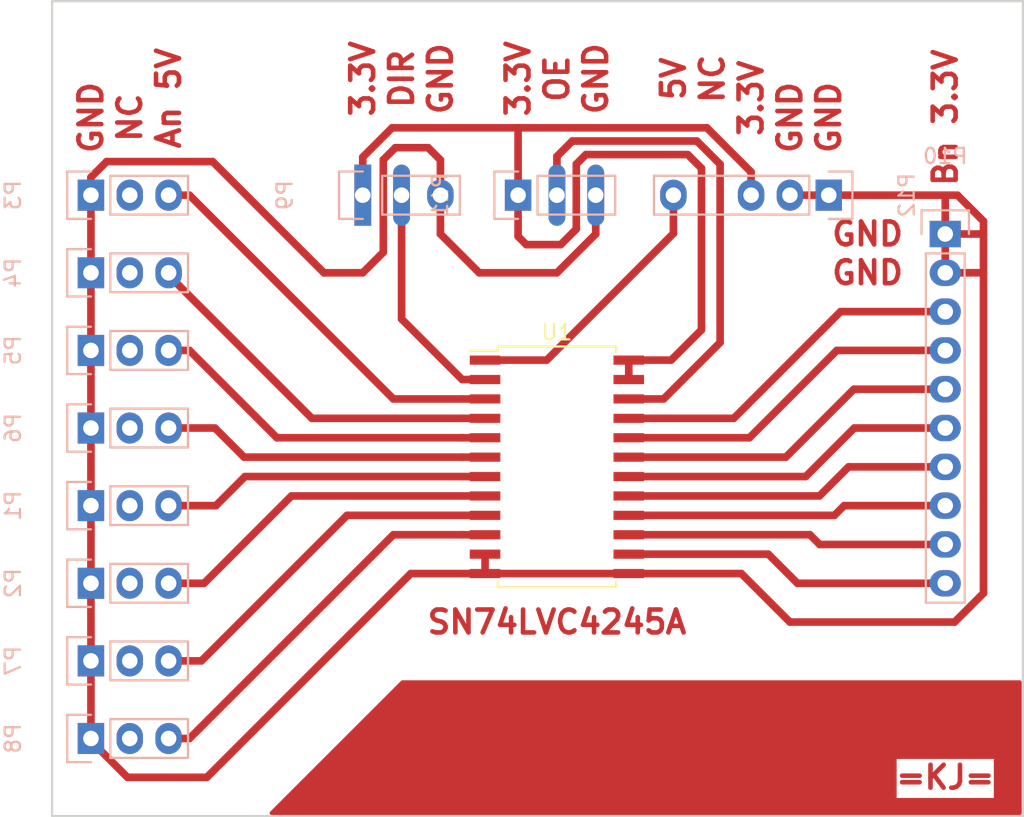
<source format=kicad_pcb>
(kicad_pcb (version 4) (host pcbnew 4.0.4+e1-6308~48~ubuntu16.04.1-stable)

  (general
    (links 39)
    (no_connects 0)
    (area 118.385 76.124999 185.495001 129.615001)
    (thickness 1.6)
    (drawings 23)
    (tracks 135)
    (zones 0)
    (modules 13)
    (nets 22)
  )

  (page A4)
  (layers
    (0 F.Cu signal)
    (31 B.Cu signal)
    (32 B.Adhes user)
    (33 F.Adhes user)
    (34 B.Paste user)
    (35 F.Paste user)
    (36 B.SilkS user)
    (37 F.SilkS user)
    (38 B.Mask user)
    (39 F.Mask user)
    (40 Dwgs.User user)
    (41 Cmts.User user)
    (42 Eco1.User user)
    (43 Eco2.User user)
    (44 Edge.Cuts user)
    (45 Margin user)
    (46 B.CrtYd user)
    (47 F.CrtYd user)
    (48 B.Fab user)
    (49 F.Fab user)
  )

  (setup
    (last_trace_width 0.25)
    (user_trace_width 0.3)
    (user_trace_width 0.4)
    (user_trace_width 0.5)
    (user_trace_width 0.6)
    (user_trace_width 0.7)
    (trace_clearance 0.2)
    (zone_clearance 0)
    (zone_45_only no)
    (trace_min 0.2)
    (segment_width 0.2)
    (edge_width 0.15)
    (via_size 0.6)
    (via_drill 0.4)
    (via_min_size 0.4)
    (via_min_drill 0.3)
    (uvia_size 0.3)
    (uvia_drill 0.1)
    (uvias_allowed no)
    (uvia_min_size 0.2)
    (uvia_min_drill 0.1)
    (pcb_text_width 0.3)
    (pcb_text_size 1.5 1.5)
    (mod_edge_width 0.15)
    (mod_text_size 1 1)
    (mod_text_width 0.15)
    (pad_size 4 1.1)
    (pad_drill 1.016)
    (pad_to_mask_clearance 0.2)
    (aux_axis_origin 0 0)
    (visible_elements FFFCEF7F)
    (pcbplotparams
      (layerselection 0x01000_00000001)
      (usegerberextensions false)
      (excludeedgelayer true)
      (linewidth 0.100000)
      (plotframeref false)
      (viasonmask false)
      (mode 1)
      (useauxorigin false)
      (hpglpennumber 1)
      (hpglpenspeed 20)
      (hpglpendiameter 15)
      (hpglpenoverlay 2)
      (psnegative false)
      (psa4output false)
      (plotreference true)
      (plotvalue true)
      (plotinvisibletext false)
      (padsonsilk false)
      (subtractmaskfromsilk false)
      (outputformat 1)
      (mirror false)
      (drillshape 0)
      (scaleselection 1)
      (outputdirectory /media/mdh/KINGSTON/))
  )

  (net 0 "")
  (net 1 GND)
  (net 2 "Net-(P1-Pad3)")
  (net 3 "Net-(P2-Pad3)")
  (net 4 "Net-(P3-Pad3)")
  (net 5 "Net-(P4-Pad3)")
  (net 6 "Net-(P5-Pad3)")
  (net 7 "Net-(P6-Pad3)")
  (net 8 "Net-(P7-Pad3)")
  (net 9 "Net-(P8-Pad3)")
  (net 10 +3V3)
  (net 11 "Net-(P9-Pad2)")
  (net 12 "Net-(P10-Pad3)")
  (net 13 "Net-(P10-Pad4)")
  (net 14 "Net-(P10-Pad5)")
  (net 15 "Net-(P10-Pad6)")
  (net 16 "Net-(P10-Pad7)")
  (net 17 "Net-(P10-Pad8)")
  (net 18 "Net-(P10-Pad9)")
  (net 19 "Net-(P10-Pad10)")
  (net 20 "Net-(P11-Pad2)")
  (net 21 +5V)

  (net_class Default "This is the default net class."
    (clearance 0.2)
    (trace_width 0.25)
    (via_dia 0.6)
    (via_drill 0.4)
    (uvia_dia 0.3)
    (uvia_drill 0.1)
    (add_net +3V3)
    (add_net +5V)
    (add_net GND)
    (add_net "Net-(P1-Pad3)")
    (add_net "Net-(P10-Pad10)")
    (add_net "Net-(P10-Pad3)")
    (add_net "Net-(P10-Pad4)")
    (add_net "Net-(P10-Pad5)")
    (add_net "Net-(P10-Pad6)")
    (add_net "Net-(P10-Pad7)")
    (add_net "Net-(P10-Pad8)")
    (add_net "Net-(P10-Pad9)")
    (add_net "Net-(P11-Pad2)")
    (add_net "Net-(P2-Pad3)")
    (add_net "Net-(P3-Pad3)")
    (add_net "Net-(P4-Pad3)")
    (add_net "Net-(P5-Pad3)")
    (add_net "Net-(P6-Pad3)")
    (add_net "Net-(P7-Pad3)")
    (add_net "Net-(P8-Pad3)")
    (add_net "Net-(P9-Pad2)")
  )

  (module Pin_Headers:Pin_Header_Straight_1x05 (layer B.Cu) (tedit 5835B61C) (tstamp 5835B4C4)
    (at 172.72 88.9 90)
    (descr "Through hole pin header")
    (tags "pin header")
    (path /5835EDD9)
    (fp_text reference P12 (at 0 5.1 90) (layer B.SilkS)
      (effects (font (size 1 1) (thickness 0.15)) (justify mirror))
    )
    (fp_text value CONN_01X05 (at 0 3.1 90) (layer B.Fab)
      (effects (font (size 1 1) (thickness 0.15)) (justify mirror))
    )
    (fp_line (start -1.55 0) (end -1.55 1.55) (layer B.SilkS) (width 0.15))
    (fp_line (start -1.55 1.55) (end 1.55 1.55) (layer B.SilkS) (width 0.15))
    (fp_line (start 1.55 1.55) (end 1.55 0) (layer B.SilkS) (width 0.15))
    (fp_line (start -1.75 1.75) (end -1.75 -11.95) (layer B.CrtYd) (width 0.05))
    (fp_line (start 1.75 1.75) (end 1.75 -11.95) (layer B.CrtYd) (width 0.05))
    (fp_line (start -1.75 1.75) (end 1.75 1.75) (layer B.CrtYd) (width 0.05))
    (fp_line (start -1.75 -11.95) (end 1.75 -11.95) (layer B.CrtYd) (width 0.05))
    (fp_line (start 1.27 -1.27) (end 1.27 -11.43) (layer B.SilkS) (width 0.15))
    (fp_line (start 1.27 -11.43) (end -1.27 -11.43) (layer B.SilkS) (width 0.15))
    (fp_line (start -1.27 -11.43) (end -1.27 -1.27) (layer B.SilkS) (width 0.15))
    (fp_line (start 1.27 -1.27) (end -1.27 -1.27) (layer B.SilkS) (width 0.15))
    (pad 1 thru_hole rect (at 0 0 90) (size 2.032 1.7272) (drill 1.016) (layers *.Cu *.Mask)
      (net 1 GND))
    (pad 2 thru_hole oval (at 0 -2.54 90) (size 2.032 1.7272) (drill 1.016) (layers *.Cu *.Mask)
      (net 1 GND))
    (pad 3 thru_hole oval (at 0 -5.08 90) (size 2.032 1.7272) (drill 1.016) (layers *.Cu *.Mask)
      (net 10 +3V3))
    (pad 5 thru_hole oval (at 0 -10.16 90) (size 2.032 1.7272) (drill 1.016) (layers *.Cu *.Mask)
      (net 21 +5V))
    (model Pin_Headers.3dshapes/Pin_Header_Straight_1x05.wrl
      (at (xyz 0 -0.2 0))
      (scale (xyz 1 1 1))
      (rotate (xyz 0 0 90))
    )
  )

  (module Pin_Headers:Pin_Header_Straight_1x03 (layer B.Cu) (tedit 0) (tstamp 5835B46E)
    (at 124.46 109.22 270)
    (descr "Through hole pin header")
    (tags "pin header")
    (path /5835C6CC)
    (fp_text reference P1 (at 0 5.1 270) (layer B.SilkS)
      (effects (font (size 1 1) (thickness 0.15)) (justify mirror))
    )
    (fp_text value CONN_01X03 (at 0 3.1 270) (layer B.Fab)
      (effects (font (size 1 1) (thickness 0.15)) (justify mirror))
    )
    (fp_line (start -1.75 1.75) (end -1.75 -6.85) (layer B.CrtYd) (width 0.05))
    (fp_line (start 1.75 1.75) (end 1.75 -6.85) (layer B.CrtYd) (width 0.05))
    (fp_line (start -1.75 1.75) (end 1.75 1.75) (layer B.CrtYd) (width 0.05))
    (fp_line (start -1.75 -6.85) (end 1.75 -6.85) (layer B.CrtYd) (width 0.05))
    (fp_line (start -1.27 -1.27) (end -1.27 -6.35) (layer B.SilkS) (width 0.15))
    (fp_line (start -1.27 -6.35) (end 1.27 -6.35) (layer B.SilkS) (width 0.15))
    (fp_line (start 1.27 -6.35) (end 1.27 -1.27) (layer B.SilkS) (width 0.15))
    (fp_line (start 1.55 1.55) (end 1.55 0) (layer B.SilkS) (width 0.15))
    (fp_line (start 1.27 -1.27) (end -1.27 -1.27) (layer B.SilkS) (width 0.15))
    (fp_line (start -1.55 0) (end -1.55 1.55) (layer B.SilkS) (width 0.15))
    (fp_line (start -1.55 1.55) (end 1.55 1.55) (layer B.SilkS) (width 0.15))
    (pad 1 thru_hole rect (at 0 0 270) (size 2.032 1.7272) (drill 1.016) (layers *.Cu *.Mask)
      (net 1 GND))
    (pad 2 thru_hole oval (at 0 -2.54 270) (size 2.032 1.7272) (drill 1.016) (layers *.Cu *.Mask))
    (pad 3 thru_hole oval (at 0 -5.08 270) (size 2.032 1.7272) (drill 1.016) (layers *.Cu *.Mask)
      (net 2 "Net-(P1-Pad3)"))
    (model Pin_Headers.3dshapes/Pin_Header_Straight_1x03.wrl
      (at (xyz 0 -0.1 0))
      (scale (xyz 1 1 1))
      (rotate (xyz 0 0 90))
    )
  )

  (module Pin_Headers:Pin_Header_Straight_1x03 (layer B.Cu) (tedit 0) (tstamp 5835B475)
    (at 124.46 114.3 270)
    (descr "Through hole pin header")
    (tags "pin header")
    (path /5835C6BF)
    (fp_text reference P2 (at 0 5.1 270) (layer B.SilkS)
      (effects (font (size 1 1) (thickness 0.15)) (justify mirror))
    )
    (fp_text value CONN_01X03 (at 0 3.1 270) (layer B.Fab)
      (effects (font (size 1 1) (thickness 0.15)) (justify mirror))
    )
    (fp_line (start -1.75 1.75) (end -1.75 -6.85) (layer B.CrtYd) (width 0.05))
    (fp_line (start 1.75 1.75) (end 1.75 -6.85) (layer B.CrtYd) (width 0.05))
    (fp_line (start -1.75 1.75) (end 1.75 1.75) (layer B.CrtYd) (width 0.05))
    (fp_line (start -1.75 -6.85) (end 1.75 -6.85) (layer B.CrtYd) (width 0.05))
    (fp_line (start -1.27 -1.27) (end -1.27 -6.35) (layer B.SilkS) (width 0.15))
    (fp_line (start -1.27 -6.35) (end 1.27 -6.35) (layer B.SilkS) (width 0.15))
    (fp_line (start 1.27 -6.35) (end 1.27 -1.27) (layer B.SilkS) (width 0.15))
    (fp_line (start 1.55 1.55) (end 1.55 0) (layer B.SilkS) (width 0.15))
    (fp_line (start 1.27 -1.27) (end -1.27 -1.27) (layer B.SilkS) (width 0.15))
    (fp_line (start -1.55 0) (end -1.55 1.55) (layer B.SilkS) (width 0.15))
    (fp_line (start -1.55 1.55) (end 1.55 1.55) (layer B.SilkS) (width 0.15))
    (pad 1 thru_hole rect (at 0 0 270) (size 2.032 1.7272) (drill 1.016) (layers *.Cu *.Mask)
      (net 1 GND))
    (pad 2 thru_hole oval (at 0 -2.54 270) (size 2.032 1.7272) (drill 1.016) (layers *.Cu *.Mask))
    (pad 3 thru_hole oval (at 0 -5.08 270) (size 2.032 1.7272) (drill 1.016) (layers *.Cu *.Mask)
      (net 3 "Net-(P2-Pad3)"))
    (model Pin_Headers.3dshapes/Pin_Header_Straight_1x03.wrl
      (at (xyz 0 -0.1 0))
      (scale (xyz 1 1 1))
      (rotate (xyz 0 0 90))
    )
  )

  (module Pin_Headers:Pin_Header_Straight_1x03 (layer B.Cu) (tedit 0) (tstamp 5835B47C)
    (at 124.46 88.9 270)
    (descr "Through hole pin header")
    (tags "pin header")
    (path /5835C700)
    (fp_text reference P3 (at 0 5.1 270) (layer B.SilkS)
      (effects (font (size 1 1) (thickness 0.15)) (justify mirror))
    )
    (fp_text value CONN_01X03 (at 0 3.1 270) (layer B.Fab)
      (effects (font (size 1 1) (thickness 0.15)) (justify mirror))
    )
    (fp_line (start -1.75 1.75) (end -1.75 -6.85) (layer B.CrtYd) (width 0.05))
    (fp_line (start 1.75 1.75) (end 1.75 -6.85) (layer B.CrtYd) (width 0.05))
    (fp_line (start -1.75 1.75) (end 1.75 1.75) (layer B.CrtYd) (width 0.05))
    (fp_line (start -1.75 -6.85) (end 1.75 -6.85) (layer B.CrtYd) (width 0.05))
    (fp_line (start -1.27 -1.27) (end -1.27 -6.35) (layer B.SilkS) (width 0.15))
    (fp_line (start -1.27 -6.35) (end 1.27 -6.35) (layer B.SilkS) (width 0.15))
    (fp_line (start 1.27 -6.35) (end 1.27 -1.27) (layer B.SilkS) (width 0.15))
    (fp_line (start 1.55 1.55) (end 1.55 0) (layer B.SilkS) (width 0.15))
    (fp_line (start 1.27 -1.27) (end -1.27 -1.27) (layer B.SilkS) (width 0.15))
    (fp_line (start -1.55 0) (end -1.55 1.55) (layer B.SilkS) (width 0.15))
    (fp_line (start -1.55 1.55) (end 1.55 1.55) (layer B.SilkS) (width 0.15))
    (pad 1 thru_hole rect (at 0 0 270) (size 2.032 1.7272) (drill 1.016) (layers *.Cu *.Mask)
      (net 1 GND))
    (pad 2 thru_hole oval (at 0 -2.54 270) (size 2.032 1.7272) (drill 1.016) (layers *.Cu *.Mask))
    (pad 3 thru_hole oval (at 0 -5.08 270) (size 2.032 1.7272) (drill 1.016) (layers *.Cu *.Mask)
      (net 4 "Net-(P3-Pad3)"))
    (model Pin_Headers.3dshapes/Pin_Header_Straight_1x03.wrl
      (at (xyz 0 -0.1 0))
      (scale (xyz 1 1 1))
      (rotate (xyz 0 0 90))
    )
  )

  (module Pin_Headers:Pin_Header_Straight_1x03 (layer B.Cu) (tedit 0) (tstamp 5835B483)
    (at 124.46 93.98 270)
    (descr "Through hole pin header")
    (tags "pin header")
    (path /5835C6F3)
    (fp_text reference P4 (at 0 5.1 270) (layer B.SilkS)
      (effects (font (size 1 1) (thickness 0.15)) (justify mirror))
    )
    (fp_text value CONN_01X03 (at 0 3.1 270) (layer B.Fab)
      (effects (font (size 1 1) (thickness 0.15)) (justify mirror))
    )
    (fp_line (start -1.75 1.75) (end -1.75 -6.85) (layer B.CrtYd) (width 0.05))
    (fp_line (start 1.75 1.75) (end 1.75 -6.85) (layer B.CrtYd) (width 0.05))
    (fp_line (start -1.75 1.75) (end 1.75 1.75) (layer B.CrtYd) (width 0.05))
    (fp_line (start -1.75 -6.85) (end 1.75 -6.85) (layer B.CrtYd) (width 0.05))
    (fp_line (start -1.27 -1.27) (end -1.27 -6.35) (layer B.SilkS) (width 0.15))
    (fp_line (start -1.27 -6.35) (end 1.27 -6.35) (layer B.SilkS) (width 0.15))
    (fp_line (start 1.27 -6.35) (end 1.27 -1.27) (layer B.SilkS) (width 0.15))
    (fp_line (start 1.55 1.55) (end 1.55 0) (layer B.SilkS) (width 0.15))
    (fp_line (start 1.27 -1.27) (end -1.27 -1.27) (layer B.SilkS) (width 0.15))
    (fp_line (start -1.55 0) (end -1.55 1.55) (layer B.SilkS) (width 0.15))
    (fp_line (start -1.55 1.55) (end 1.55 1.55) (layer B.SilkS) (width 0.15))
    (pad 1 thru_hole rect (at 0 0 270) (size 2.032 1.7272) (drill 1.016) (layers *.Cu *.Mask)
      (net 1 GND))
    (pad 2 thru_hole oval (at 0 -2.54 270) (size 2.032 1.7272) (drill 1.016) (layers *.Cu *.Mask))
    (pad 3 thru_hole oval (at 0 -5.08 270) (size 2.032 1.7272) (drill 1.016) (layers *.Cu *.Mask)
      (net 5 "Net-(P4-Pad3)"))
    (model Pin_Headers.3dshapes/Pin_Header_Straight_1x03.wrl
      (at (xyz 0 -0.1 0))
      (scale (xyz 1 1 1))
      (rotate (xyz 0 0 90))
    )
  )

  (module Pin_Headers:Pin_Header_Straight_1x03 (layer B.Cu) (tedit 0) (tstamp 5835B48A)
    (at 124.46 99.06 270)
    (descr "Through hole pin header")
    (tags "pin header")
    (path /5835C6E6)
    (fp_text reference P5 (at 0 5.1 270) (layer B.SilkS)
      (effects (font (size 1 1) (thickness 0.15)) (justify mirror))
    )
    (fp_text value CONN_01X03 (at 0 3.1 270) (layer B.Fab)
      (effects (font (size 1 1) (thickness 0.15)) (justify mirror))
    )
    (fp_line (start -1.75 1.75) (end -1.75 -6.85) (layer B.CrtYd) (width 0.05))
    (fp_line (start 1.75 1.75) (end 1.75 -6.85) (layer B.CrtYd) (width 0.05))
    (fp_line (start -1.75 1.75) (end 1.75 1.75) (layer B.CrtYd) (width 0.05))
    (fp_line (start -1.75 -6.85) (end 1.75 -6.85) (layer B.CrtYd) (width 0.05))
    (fp_line (start -1.27 -1.27) (end -1.27 -6.35) (layer B.SilkS) (width 0.15))
    (fp_line (start -1.27 -6.35) (end 1.27 -6.35) (layer B.SilkS) (width 0.15))
    (fp_line (start 1.27 -6.35) (end 1.27 -1.27) (layer B.SilkS) (width 0.15))
    (fp_line (start 1.55 1.55) (end 1.55 0) (layer B.SilkS) (width 0.15))
    (fp_line (start 1.27 -1.27) (end -1.27 -1.27) (layer B.SilkS) (width 0.15))
    (fp_line (start -1.55 0) (end -1.55 1.55) (layer B.SilkS) (width 0.15))
    (fp_line (start -1.55 1.55) (end 1.55 1.55) (layer B.SilkS) (width 0.15))
    (pad 1 thru_hole rect (at 0 0 270) (size 2.032 1.7272) (drill 1.016) (layers *.Cu *.Mask)
      (net 1 GND))
    (pad 2 thru_hole oval (at 0 -2.54 270) (size 2.032 1.7272) (drill 1.016) (layers *.Cu *.Mask))
    (pad 3 thru_hole oval (at 0 -5.08 270) (size 2.032 1.7272) (drill 1.016) (layers *.Cu *.Mask)
      (net 6 "Net-(P5-Pad3)"))
    (model Pin_Headers.3dshapes/Pin_Header_Straight_1x03.wrl
      (at (xyz 0 -0.1 0))
      (scale (xyz 1 1 1))
      (rotate (xyz 0 0 90))
    )
  )

  (module Pin_Headers:Pin_Header_Straight_1x03 (layer B.Cu) (tedit 0) (tstamp 5835B491)
    (at 124.46 104.14 270)
    (descr "Through hole pin header")
    (tags "pin header")
    (path /5835C6D9)
    (fp_text reference P6 (at 0 5.1 270) (layer B.SilkS)
      (effects (font (size 1 1) (thickness 0.15)) (justify mirror))
    )
    (fp_text value CONN_01X03 (at 0 3.1 270) (layer B.Fab)
      (effects (font (size 1 1) (thickness 0.15)) (justify mirror))
    )
    (fp_line (start -1.75 1.75) (end -1.75 -6.85) (layer B.CrtYd) (width 0.05))
    (fp_line (start 1.75 1.75) (end 1.75 -6.85) (layer B.CrtYd) (width 0.05))
    (fp_line (start -1.75 1.75) (end 1.75 1.75) (layer B.CrtYd) (width 0.05))
    (fp_line (start -1.75 -6.85) (end 1.75 -6.85) (layer B.CrtYd) (width 0.05))
    (fp_line (start -1.27 -1.27) (end -1.27 -6.35) (layer B.SilkS) (width 0.15))
    (fp_line (start -1.27 -6.35) (end 1.27 -6.35) (layer B.SilkS) (width 0.15))
    (fp_line (start 1.27 -6.35) (end 1.27 -1.27) (layer B.SilkS) (width 0.15))
    (fp_line (start 1.55 1.55) (end 1.55 0) (layer B.SilkS) (width 0.15))
    (fp_line (start 1.27 -1.27) (end -1.27 -1.27) (layer B.SilkS) (width 0.15))
    (fp_line (start -1.55 0) (end -1.55 1.55) (layer B.SilkS) (width 0.15))
    (fp_line (start -1.55 1.55) (end 1.55 1.55) (layer B.SilkS) (width 0.15))
    (pad 1 thru_hole rect (at 0 0 270) (size 2.032 1.7272) (drill 1.016) (layers *.Cu *.Mask)
      (net 1 GND))
    (pad 2 thru_hole oval (at 0 -2.54 270) (size 2.032 1.7272) (drill 1.016) (layers *.Cu *.Mask))
    (pad 3 thru_hole oval (at 0 -5.08 270) (size 2.032 1.7272) (drill 1.016) (layers *.Cu *.Mask)
      (net 7 "Net-(P6-Pad3)"))
    (model Pin_Headers.3dshapes/Pin_Header_Straight_1x03.wrl
      (at (xyz 0 -0.1 0))
      (scale (xyz 1 1 1))
      (rotate (xyz 0 0 90))
    )
  )

  (module Pin_Headers:Pin_Header_Straight_1x03 (layer B.Cu) (tedit 0) (tstamp 5835B498)
    (at 124.46 119.38 270)
    (descr "Through hole pin header")
    (tags "pin header")
    (path /5835C6B2)
    (fp_text reference P7 (at 0 5.1 270) (layer B.SilkS)
      (effects (font (size 1 1) (thickness 0.15)) (justify mirror))
    )
    (fp_text value CONN_01X03 (at 0 3.1 270) (layer B.Fab)
      (effects (font (size 1 1) (thickness 0.15)) (justify mirror))
    )
    (fp_line (start -1.75 1.75) (end -1.75 -6.85) (layer B.CrtYd) (width 0.05))
    (fp_line (start 1.75 1.75) (end 1.75 -6.85) (layer B.CrtYd) (width 0.05))
    (fp_line (start -1.75 1.75) (end 1.75 1.75) (layer B.CrtYd) (width 0.05))
    (fp_line (start -1.75 -6.85) (end 1.75 -6.85) (layer B.CrtYd) (width 0.05))
    (fp_line (start -1.27 -1.27) (end -1.27 -6.35) (layer B.SilkS) (width 0.15))
    (fp_line (start -1.27 -6.35) (end 1.27 -6.35) (layer B.SilkS) (width 0.15))
    (fp_line (start 1.27 -6.35) (end 1.27 -1.27) (layer B.SilkS) (width 0.15))
    (fp_line (start 1.55 1.55) (end 1.55 0) (layer B.SilkS) (width 0.15))
    (fp_line (start 1.27 -1.27) (end -1.27 -1.27) (layer B.SilkS) (width 0.15))
    (fp_line (start -1.55 0) (end -1.55 1.55) (layer B.SilkS) (width 0.15))
    (fp_line (start -1.55 1.55) (end 1.55 1.55) (layer B.SilkS) (width 0.15))
    (pad 1 thru_hole rect (at 0 0 270) (size 2.032 1.7272) (drill 1.016) (layers *.Cu *.Mask)
      (net 1 GND))
    (pad 2 thru_hole oval (at 0 -2.54 270) (size 2.032 1.7272) (drill 1.016) (layers *.Cu *.Mask))
    (pad 3 thru_hole oval (at 0 -5.08 270) (size 2.032 1.7272) (drill 1.016) (layers *.Cu *.Mask)
      (net 8 "Net-(P7-Pad3)"))
    (model Pin_Headers.3dshapes/Pin_Header_Straight_1x03.wrl
      (at (xyz 0 -0.1 0))
      (scale (xyz 1 1 1))
      (rotate (xyz 0 0 90))
    )
  )

  (module Pin_Headers:Pin_Header_Straight_1x03 (layer B.Cu) (tedit 0) (tstamp 5835B49F)
    (at 124.46 124.46 270)
    (descr "Through hole pin header")
    (tags "pin header")
    (path /5835C6A5)
    (fp_text reference P8 (at 0 5.1 270) (layer B.SilkS)
      (effects (font (size 1 1) (thickness 0.15)) (justify mirror))
    )
    (fp_text value CONN_01X03 (at 0 3.1 270) (layer B.Fab)
      (effects (font (size 1 1) (thickness 0.15)) (justify mirror))
    )
    (fp_line (start -1.75 1.75) (end -1.75 -6.85) (layer B.CrtYd) (width 0.05))
    (fp_line (start 1.75 1.75) (end 1.75 -6.85) (layer B.CrtYd) (width 0.05))
    (fp_line (start -1.75 1.75) (end 1.75 1.75) (layer B.CrtYd) (width 0.05))
    (fp_line (start -1.75 -6.85) (end 1.75 -6.85) (layer B.CrtYd) (width 0.05))
    (fp_line (start -1.27 -1.27) (end -1.27 -6.35) (layer B.SilkS) (width 0.15))
    (fp_line (start -1.27 -6.35) (end 1.27 -6.35) (layer B.SilkS) (width 0.15))
    (fp_line (start 1.27 -6.35) (end 1.27 -1.27) (layer B.SilkS) (width 0.15))
    (fp_line (start 1.55 1.55) (end 1.55 0) (layer B.SilkS) (width 0.15))
    (fp_line (start 1.27 -1.27) (end -1.27 -1.27) (layer B.SilkS) (width 0.15))
    (fp_line (start -1.55 0) (end -1.55 1.55) (layer B.SilkS) (width 0.15))
    (fp_line (start -1.55 1.55) (end 1.55 1.55) (layer B.SilkS) (width 0.15))
    (pad 1 thru_hole rect (at 0 0 270) (size 2.032 1.7272) (drill 1.016) (layers *.Cu *.Mask)
      (net 1 GND))
    (pad 2 thru_hole oval (at 0 -2.54 270) (size 2.032 1.7272) (drill 1.016) (layers *.Cu *.Mask))
    (pad 3 thru_hole oval (at 0 -5.08 270) (size 2.032 1.7272) (drill 1.016) (layers *.Cu *.Mask)
      (net 9 "Net-(P8-Pad3)"))
    (model Pin_Headers.3dshapes/Pin_Header_Straight_1x03.wrl
      (at (xyz 0 -0.1 0))
      (scale (xyz 1 1 1))
      (rotate (xyz 0 0 90))
    )
  )

  (module Pin_Headers:Pin_Header_Straight_1x03 (layer B.Cu) (tedit 5835B6EF) (tstamp 5835B4A6)
    (at 142.24 88.9 270)
    (descr "Through hole pin header")
    (tags "pin header")
    (path /5835DD9A)
    (fp_text reference P9 (at 0 5.1 270) (layer B.SilkS)
      (effects (font (size 1 1) (thickness 0.15)) (justify mirror))
    )
    (fp_text value CONN_01X03 (at 0 3.1 270) (layer B.Fab)
      (effects (font (size 1 1) (thickness 0.15)) (justify mirror))
    )
    (fp_line (start -1.75 1.75) (end -1.75 -6.85) (layer B.CrtYd) (width 0.05))
    (fp_line (start 1.75 1.75) (end 1.75 -6.85) (layer B.CrtYd) (width 0.05))
    (fp_line (start -1.75 1.75) (end 1.75 1.75) (layer B.CrtYd) (width 0.05))
    (fp_line (start -1.75 -6.85) (end 1.75 -6.85) (layer B.CrtYd) (width 0.05))
    (fp_line (start -1.27 -1.27) (end -1.27 -6.35) (layer B.SilkS) (width 0.15))
    (fp_line (start -1.27 -6.35) (end 1.27 -6.35) (layer B.SilkS) (width 0.15))
    (fp_line (start 1.27 -6.35) (end 1.27 -1.27) (layer B.SilkS) (width 0.15))
    (fp_line (start 1.55 1.55) (end 1.55 0) (layer B.SilkS) (width 0.15))
    (fp_line (start 1.27 -1.27) (end -1.27 -1.27) (layer B.SilkS) (width 0.15))
    (fp_line (start -1.55 0) (end -1.55 1.55) (layer B.SilkS) (width 0.15))
    (fp_line (start -1.55 1.55) (end 1.55 1.55) (layer B.SilkS) (width 0.15))
    (pad 1 thru_hole rect (at 0 0 270) (size 4 1.1) (drill 1.016) (layers *.Cu *.Mask)
      (net 10 +3V3))
    (pad 2 thru_hole oval (at 0 -2.54 270) (size 4 1.1) (drill 1.016) (layers *.Cu *.Mask)
      (net 11 "Net-(P9-Pad2)"))
    (pad 3 thru_hole oval (at 0 -5.08 270) (size 2.032 1.7272) (drill 1.016) (layers *.Cu *.Mask)
      (net 1 GND))
    (model Pin_Headers.3dshapes/Pin_Header_Straight_1x03.wrl
      (at (xyz 0 -0.1 0))
      (scale (xyz 1 1 1))
      (rotate (xyz 0 0 90))
    )
  )

  (module Pin_Headers:Pin_Header_Straight_1x10 (layer B.Cu) (tedit 0) (tstamp 5835B4B4)
    (at 180.34 91.44 180)
    (descr "Through hole pin header")
    (tags "pin header")
    (path /5835D656)
    (fp_text reference P10 (at 0 5.1 180) (layer B.SilkS)
      (effects (font (size 1 1) (thickness 0.15)) (justify mirror))
    )
    (fp_text value CONN_01X10 (at 0 3.1 180) (layer B.Fab)
      (effects (font (size 1 1) (thickness 0.15)) (justify mirror))
    )
    (fp_line (start -1.75 1.75) (end -1.75 -24.65) (layer B.CrtYd) (width 0.05))
    (fp_line (start 1.75 1.75) (end 1.75 -24.65) (layer B.CrtYd) (width 0.05))
    (fp_line (start -1.75 1.75) (end 1.75 1.75) (layer B.CrtYd) (width 0.05))
    (fp_line (start -1.75 -24.65) (end 1.75 -24.65) (layer B.CrtYd) (width 0.05))
    (fp_line (start 1.27 -1.27) (end 1.27 -24.13) (layer B.SilkS) (width 0.15))
    (fp_line (start 1.27 -24.13) (end -1.27 -24.13) (layer B.SilkS) (width 0.15))
    (fp_line (start -1.27 -24.13) (end -1.27 -1.27) (layer B.SilkS) (width 0.15))
    (fp_line (start 1.55 1.55) (end 1.55 0) (layer B.SilkS) (width 0.15))
    (fp_line (start 1.27 -1.27) (end -1.27 -1.27) (layer B.SilkS) (width 0.15))
    (fp_line (start -1.55 0) (end -1.55 1.55) (layer B.SilkS) (width 0.15))
    (fp_line (start -1.55 1.55) (end 1.55 1.55) (layer B.SilkS) (width 0.15))
    (pad 1 thru_hole rect (at 0 0 180) (size 2.032 1.7272) (drill 1.016) (layers *.Cu *.Mask)
      (net 1 GND))
    (pad 2 thru_hole oval (at 0 -2.54 180) (size 2.032 1.7272) (drill 1.016) (layers *.Cu *.Mask)
      (net 1 GND))
    (pad 3 thru_hole oval (at 0 -5.08 180) (size 2.032 1.7272) (drill 1.016) (layers *.Cu *.Mask)
      (net 12 "Net-(P10-Pad3)"))
    (pad 4 thru_hole oval (at 0 -7.62 180) (size 2.032 1.7272) (drill 1.016) (layers *.Cu *.Mask)
      (net 13 "Net-(P10-Pad4)"))
    (pad 5 thru_hole oval (at 0 -10.16 180) (size 2.032 1.7272) (drill 1.016) (layers *.Cu *.Mask)
      (net 14 "Net-(P10-Pad5)"))
    (pad 6 thru_hole oval (at 0 -12.7 180) (size 2.032 1.7272) (drill 1.016) (layers *.Cu *.Mask)
      (net 15 "Net-(P10-Pad6)"))
    (pad 7 thru_hole oval (at 0 -15.24 180) (size 2.032 1.7272) (drill 1.016) (layers *.Cu *.Mask)
      (net 16 "Net-(P10-Pad7)"))
    (pad 8 thru_hole oval (at 0 -17.78 180) (size 2.032 1.7272) (drill 1.016) (layers *.Cu *.Mask)
      (net 17 "Net-(P10-Pad8)"))
    (pad 9 thru_hole oval (at 0 -20.32 180) (size 2.032 1.7272) (drill 1.016) (layers *.Cu *.Mask)
      (net 18 "Net-(P10-Pad9)"))
    (pad 10 thru_hole oval (at 0 -22.86 180) (size 2.032 1.7272) (drill 1.016) (layers *.Cu *.Mask)
      (net 19 "Net-(P10-Pad10)"))
    (model Pin_Headers.3dshapes/Pin_Header_Straight_1x10.wrl
      (at (xyz 0 -0.45 0))
      (scale (xyz 1 1 1))
      (rotate (xyz 0 0 90))
    )
  )

  (module Pin_Headers:Pin_Header_Straight_1x03 (layer B.Cu) (tedit 5835B724) (tstamp 5835B4BB)
    (at 152.4 88.9 270)
    (descr "Through hole pin header")
    (tags "pin header")
    (path /5835DB06)
    (fp_text reference P11 (at 0 5.1 270) (layer B.SilkS)
      (effects (font (size 1 1) (thickness 0.15)) (justify mirror))
    )
    (fp_text value CONN_01X03 (at 0 3.1 270) (layer B.Fab)
      (effects (font (size 1 1) (thickness 0.15)) (justify mirror))
    )
    (fp_line (start -1.75 1.75) (end -1.75 -6.85) (layer B.CrtYd) (width 0.05))
    (fp_line (start 1.75 1.75) (end 1.75 -6.85) (layer B.CrtYd) (width 0.05))
    (fp_line (start -1.75 1.75) (end 1.75 1.75) (layer B.CrtYd) (width 0.05))
    (fp_line (start -1.75 -6.85) (end 1.75 -6.85) (layer B.CrtYd) (width 0.05))
    (fp_line (start -1.27 -1.27) (end -1.27 -6.35) (layer B.SilkS) (width 0.15))
    (fp_line (start -1.27 -6.35) (end 1.27 -6.35) (layer B.SilkS) (width 0.15))
    (fp_line (start 1.27 -6.35) (end 1.27 -1.27) (layer B.SilkS) (width 0.15))
    (fp_line (start 1.55 1.55) (end 1.55 0) (layer B.SilkS) (width 0.15))
    (fp_line (start 1.27 -1.27) (end -1.27 -1.27) (layer B.SilkS) (width 0.15))
    (fp_line (start -1.55 0) (end -1.55 1.55) (layer B.SilkS) (width 0.15))
    (fp_line (start -1.55 1.55) (end 1.55 1.55) (layer B.SilkS) (width 0.15))
    (pad 1 thru_hole rect (at 0 0 270) (size 2.032 1.7272) (drill 1.016) (layers *.Cu *.Mask)
      (net 10 +3V3))
    (pad 2 thru_hole oval (at 0 -2.54 270) (size 4 1.1) (drill 1.016) (layers *.Cu *.Mask)
      (net 20 "Net-(P11-Pad2)"))
    (pad 3 thru_hole oval (at 0 -5.08 270) (size 4 1.1) (drill 1.016) (layers *.Cu *.Mask)
      (net 1 GND))
    (model Pin_Headers.3dshapes/Pin_Header_Straight_1x03.wrl
      (at (xyz 0 -0.1 0))
      (scale (xyz 1 1 1))
      (rotate (xyz 0 0 90))
    )
  )

  (module Housings_SOIC:SOIC-24W_7.5x15.4mm_Pitch1.27mm (layer F.Cu) (tedit 5750355D) (tstamp 5835B4F0)
    (at 154.94 106.68)
    (descr "24-Lead Plastic Small Outline (SO) - Wide, 7.50 mm Body [SOIC] (see Microchip Packaging Specification 00000049BS.pdf)")
    (tags "SOIC 1.27")
    (path /5835B874)
    (attr smd)
    (fp_text reference U1 (at 0 -8.8) (layer F.SilkS)
      (effects (font (size 1 1) (thickness 0.15)))
    )
    (fp_text value SN74LVC4245A (at 0 8.8) (layer F.Fab)
      (effects (font (size 1 1) (thickness 0.15)))
    )
    (fp_line (start -2.75 -7.7) (end 3.75 -7.7) (layer F.Fab) (width 0.15))
    (fp_line (start 3.75 -7.7) (end 3.75 7.7) (layer F.Fab) (width 0.15))
    (fp_line (start 3.75 7.7) (end -3.75 7.7) (layer F.Fab) (width 0.15))
    (fp_line (start -3.75 7.7) (end -3.75 -6.7) (layer F.Fab) (width 0.15))
    (fp_line (start -3.75 -6.7) (end -2.75 -7.7) (layer F.Fab) (width 0.15))
    (fp_line (start -5.95 -8.05) (end -5.95 8.05) (layer F.CrtYd) (width 0.05))
    (fp_line (start 5.95 -8.05) (end 5.95 8.05) (layer F.CrtYd) (width 0.05))
    (fp_line (start -5.95 -8.05) (end 5.95 -8.05) (layer F.CrtYd) (width 0.05))
    (fp_line (start -5.95 8.05) (end 5.95 8.05) (layer F.CrtYd) (width 0.05))
    (fp_line (start -3.875 -7.875) (end -3.875 -7.6) (layer F.SilkS) (width 0.15))
    (fp_line (start 3.875 -7.875) (end 3.875 -7.51) (layer F.SilkS) (width 0.15))
    (fp_line (start 3.875 7.875) (end 3.875 7.51) (layer F.SilkS) (width 0.15))
    (fp_line (start -3.875 7.875) (end -3.875 7.51) (layer F.SilkS) (width 0.15))
    (fp_line (start -3.875 -7.875) (end 3.875 -7.875) (layer F.SilkS) (width 0.15))
    (fp_line (start -3.875 7.875) (end 3.875 7.875) (layer F.SilkS) (width 0.15))
    (fp_line (start -3.875 -7.6) (end -5.7 -7.6) (layer F.SilkS) (width 0.15))
    (pad 1 smd rect (at -4.7 -6.985) (size 2 0.6) (layers F.Cu F.Paste F.Mask)
      (net 21 +5V))
    (pad 2 smd rect (at -4.7 -5.715) (size 2 0.6) (layers F.Cu F.Paste F.Mask)
      (net 11 "Net-(P9-Pad2)"))
    (pad 3 smd rect (at -4.7 -4.445) (size 2 0.6) (layers F.Cu F.Paste F.Mask)
      (net 4 "Net-(P3-Pad3)"))
    (pad 4 smd rect (at -4.7 -3.175) (size 2 0.6) (layers F.Cu F.Paste F.Mask)
      (net 5 "Net-(P4-Pad3)"))
    (pad 5 smd rect (at -4.7 -1.905) (size 2 0.6) (layers F.Cu F.Paste F.Mask)
      (net 6 "Net-(P5-Pad3)"))
    (pad 6 smd rect (at -4.7 -0.635) (size 2 0.6) (layers F.Cu F.Paste F.Mask)
      (net 7 "Net-(P6-Pad3)"))
    (pad 7 smd rect (at -4.7 0.635) (size 2 0.6) (layers F.Cu F.Paste F.Mask)
      (net 2 "Net-(P1-Pad3)"))
    (pad 8 smd rect (at -4.7 1.905) (size 2 0.6) (layers F.Cu F.Paste F.Mask)
      (net 3 "Net-(P2-Pad3)"))
    (pad 9 smd rect (at -4.7 3.175) (size 2 0.6) (layers F.Cu F.Paste F.Mask)
      (net 8 "Net-(P7-Pad3)"))
    (pad 10 smd rect (at -4.7 4.445) (size 2 0.6) (layers F.Cu F.Paste F.Mask)
      (net 9 "Net-(P8-Pad3)"))
    (pad 11 smd rect (at -4.7 5.715) (size 2 0.6) (layers F.Cu F.Paste F.Mask)
      (net 1 GND))
    (pad 12 smd rect (at -4.7 6.985) (size 2 0.6) (layers F.Cu F.Paste F.Mask)
      (net 1 GND))
    (pad 13 smd rect (at 4.7 6.985) (size 2 0.6) (layers F.Cu F.Paste F.Mask)
      (net 1 GND))
    (pad 14 smd rect (at 4.7 5.715) (size 2 0.6) (layers F.Cu F.Paste F.Mask)
      (net 19 "Net-(P10-Pad10)"))
    (pad 15 smd rect (at 4.7 4.445) (size 2 0.6) (layers F.Cu F.Paste F.Mask)
      (net 18 "Net-(P10-Pad9)"))
    (pad 16 smd rect (at 4.7 3.175) (size 2 0.6) (layers F.Cu F.Paste F.Mask)
      (net 17 "Net-(P10-Pad8)"))
    (pad 17 smd rect (at 4.7 1.905) (size 2 0.6) (layers F.Cu F.Paste F.Mask)
      (net 16 "Net-(P10-Pad7)"))
    (pad 18 smd rect (at 4.7 0.635) (size 2 0.6) (layers F.Cu F.Paste F.Mask)
      (net 15 "Net-(P10-Pad6)"))
    (pad 19 smd rect (at 4.7 -0.635) (size 2 0.6) (layers F.Cu F.Paste F.Mask)
      (net 14 "Net-(P10-Pad5)"))
    (pad 20 smd rect (at 4.7 -1.905) (size 2 0.6) (layers F.Cu F.Paste F.Mask)
      (net 13 "Net-(P10-Pad4)"))
    (pad 21 smd rect (at 4.7 -3.175) (size 2 0.6) (layers F.Cu F.Paste F.Mask)
      (net 12 "Net-(P10-Pad3)"))
    (pad 22 smd rect (at 4.7 -4.445) (size 2 0.6) (layers F.Cu F.Paste F.Mask)
      (net 20 "Net-(P11-Pad2)"))
    (pad 23 smd rect (at 4.7 -5.715) (size 2 0.6) (layers F.Cu F.Paste F.Mask)
      (net 10 +3V3))
    (pad 24 smd rect (at 4.7 -6.985) (size 2 0.6) (layers F.Cu F.Paste F.Mask)
      (net 10 +3V3))
    (model Housings_SOIC.3dshapes/SOIC-24_7.5x15.4mm_Pitch1.27mm.wrl
      (at (xyz 0 0 0))
      (scale (xyz 1 1 1))
      (rotate (xyz 0 0 0))
    )
  )

  (gr_line (start 121.92 76.2) (end 185.42 76.2) (layer Edge.Cuts) (width 0.15))
  (gr_line (start 121.92 129.54) (end 121.92 76.2) (layer Edge.Cuts) (width 0.15))
  (gr_line (start 185.42 129.54) (end 121.92 129.54) (layer Edge.Cuts) (width 0.15))
  (gr_line (start 185.42 76.2) (end 185.42 129.54) (layer Edge.Cuts) (width 0.15))
  (gr_text "Bn 3.3V" (at 180.34 83.82 90) (layer F.Cu) (tstamp 5835B8D8)
    (effects (font (size 1.5 1.5) (thickness 0.3)))
  )
  (gr_text "An 5V" (at 129.54 82.55 90) (layer F.Cu) (tstamp 5835B8B9)
    (effects (font (size 1.5 1.5) (thickness 0.3)))
  )
  (gr_text NC (at 165.1 81.28 90) (layer F.Cu) (tstamp 5835B8B3)
    (effects (font (size 1.5 1.5) (thickness 0.3)))
  )
  (gr_text NC (at 127 83.82 90) (layer F.Cu) (tstamp 5835B8AE)
    (effects (font (size 1.5 1.5) (thickness 0.3)))
  )
  (gr_text GND (at 124.46 83.82 90) (layer F.Cu) (tstamp 5835B8A9)
    (effects (font (size 1.5 1.5) (thickness 0.3)))
  )
  (gr_text =KJ= (at 180.34 127) (layer F.Cu) (tstamp 5835B87A)
    (effects (font (size 1.5 1.5) (thickness 0.3)))
  )
  (gr_text SN74LVC4245A (at 154.94 116.84) (layer F.Cu)
    (effects (font (size 1.5 1.5) (thickness 0.3)))
  )
  (gr_text OE (at 154.94 81.28 90) (layer F.Cu) (tstamp 5835B873)
    (effects (font (size 1.5 1.5) (thickness 0.3)))
  )
  (gr_text DIR (at 144.78 81.28 90) (layer F.Cu) (tstamp 5835B86F)
    (effects (font (size 1.5 1.5) (thickness 0.3)))
  )
  (gr_text 3.3V (at 152.4 81.28 90) (layer F.Cu) (tstamp 5835B86C)
    (effects (font (size 1.5 1.5) (thickness 0.3)))
  )
  (gr_text 3.3V (at 142.24 81.28 90) (layer F.Cu) (tstamp 5835B86A)
    (effects (font (size 1.5 1.5) (thickness 0.3)))
  )
  (gr_text GND (at 147.32 81.28 90) (layer F.Cu) (tstamp 5835B867)
    (effects (font (size 1.5 1.5) (thickness 0.3)))
  )
  (gr_text GND (at 157.48 81.28 90) (layer F.Cu) (tstamp 5835B866)
    (effects (font (size 1.5 1.5) (thickness 0.3)))
  )
  (gr_text 5V (at 162.56 81.28 90) (layer F.Cu) (tstamp 5835B853)
    (effects (font (size 1.5 1.5) (thickness 0.3)))
  )
  (gr_text 3.3V (at 167.64 82.55 90) (layer F.Cu) (tstamp 5835B850)
    (effects (font (size 1.5 1.5) (thickness 0.3)))
  )
  (gr_text GND (at 170.18 83.82 90) (layer F.Cu) (tstamp 5835B84A)
    (effects (font (size 1.5 1.5) (thickness 0.3)))
  )
  (gr_text GND (at 172.72 83.82 90) (layer F.Cu) (tstamp 5835B849)
    (effects (font (size 1.5 1.5) (thickness 0.3)))
  )
  (gr_text GND (at 175.26 93.98) (layer F.Cu) (tstamp 5835B848)
    (effects (font (size 1.5 1.5) (thickness 0.3)))
  )
  (gr_text GND (at 175.26 91.44) (layer F.Cu)
    (effects (font (size 1.5 1.5) (thickness 0.3)))
  )

  (segment (start 124.46 124.46) (end 124.46 124.6124) (width 0.5) (layer F.Cu) (net 1))
  (segment (start 124.46 124.6124) (end 126.8476 127) (width 0.5) (layer F.Cu) (net 1))
  (segment (start 126.8476 127) (end 132.041736 127) (width 0.5) (layer F.Cu) (net 1))
  (segment (start 132.041736 127) (end 145.376736 113.665) (width 0.5) (layer F.Cu) (net 1))
  (segment (start 145.376736 113.665) (end 150.24 113.665) (width 0.5) (layer F.Cu) (net 1))
  (segment (start 182.841087 114.951263) (end 182.841087 93.98) (width 0.5) (layer F.Cu) (net 1))
  (segment (start 182.841087 93.98) (end 182.841087 91.44) (width 0.5) (layer F.Cu) (net 1))
  (segment (start 180.34 93.98) (end 182.841087 93.98) (width 0.5) (layer F.Cu) (net 1))
  (segment (start 182.841087 91.44) (end 182.841087 90.6023) (width 0.5) (layer F.Cu) (net 1))
  (segment (start 180.34 91.44) (end 182.841087 91.44) (width 0.5) (layer F.Cu) (net 1))
  (segment (start 159.64 113.665) (end 167.005 113.665) (width 0.5) (layer F.Cu) (net 1))
  (segment (start 167.005 113.665) (end 170.18 116.84) (width 0.5) (layer F.Cu) (net 1))
  (segment (start 170.18 116.84) (end 180.95235 116.84) (width 0.5) (layer F.Cu) (net 1))
  (segment (start 180.95235 116.84) (end 182.841087 114.951263) (width 0.5) (layer F.Cu) (net 1))
  (segment (start 182.841087 90.6023) (end 181.138787 88.9) (width 0.5) (layer F.Cu) (net 1))
  (segment (start 181.138787 88.9) (end 180.34 88.9) (width 0.5) (layer F.Cu) (net 1))
  (segment (start 124.46 88.9) (end 124.46 87.726031) (width 0.5) (layer F.Cu) (net 1))
  (segment (start 142.24 93.98) (end 143.582492 92.637508) (width 0.5) (layer F.Cu) (net 1))
  (segment (start 124.46 87.726031) (end 125.48554 86.700491) (width 0.5) (layer F.Cu) (net 1))
  (segment (start 125.48554 86.700491) (end 132.420491 86.700491) (width 0.5) (layer F.Cu) (net 1))
  (segment (start 132.420491 86.700491) (end 139.7 93.98) (width 0.5) (layer F.Cu) (net 1))
  (segment (start 139.7 93.98) (end 142.24 93.98) (width 0.5) (layer F.Cu) (net 1))
  (segment (start 143.582492 92.637508) (end 143.582492 86.58161) (width 0.5) (layer F.Cu) (net 1))
  (segment (start 143.582492 86.58161) (end 144.372964 85.791138) (width 0.5) (layer F.Cu) (net 1))
  (segment (start 147.32 86.593791) (end 147.32 88.9) (width 0.5) (layer F.Cu) (net 1))
  (segment (start 144.372964 85.791138) (end 146.517347 85.791138) (width 0.5) (layer F.Cu) (net 1))
  (segment (start 146.517347 85.791138) (end 147.32 86.593791) (width 0.5) (layer F.Cu) (net 1))
  (segment (start 180.34 93.98) (end 180.34 91.44) (width 0.5) (layer F.Cu) (net 1))
  (segment (start 180.34 88.9) (end 172.72 88.9) (width 0.5) (layer F.Cu) (net 1))
  (segment (start 180.34 91.44) (end 180.34 88.9) (width 0.5) (layer F.Cu) (net 1))
  (segment (start 172.72 88.9) (end 170.18 88.9) (width 0.5) (layer F.Cu) (net 1))
  (segment (start 150.24 113.665) (end 159.64 113.665) (width 0.5) (layer F.Cu) (net 1))
  (segment (start 150.24 112.395) (end 150.24 113.665) (width 0.5) (layer F.Cu) (net 1))
  (segment (start 124.46 119.38) (end 124.46 124.46) (width 0.5) (layer F.Cu) (net 1))
  (segment (start 124.46 119.38) (end 124.46 114.3) (width 0.5) (layer F.Cu) (net 1))
  (segment (start 124.46 109.22) (end 124.46 114.3) (width 0.5) (layer F.Cu) (net 1))
  (segment (start 124.46 104.14) (end 124.46 109.22) (width 0.5) (layer F.Cu) (net 1))
  (segment (start 124.46 99.06) (end 124.46 104.14) (width 0.5) (layer F.Cu) (net 1))
  (segment (start 124.46 93.98) (end 124.46 99.06) (width 0.5) (layer F.Cu) (net 1))
  (segment (start 124.46 88.9) (end 124.46 93.98) (width 0.5) (layer F.Cu) (net 1))
  (segment (start 157.48 91.44) (end 157.48 88.9) (width 0.5) (layer F.Cu) (net 1))
  (segment (start 154.94 93.98) (end 157.48 91.44) (width 0.5) (layer F.Cu) (net 1))
  (segment (start 149.86 93.98) (end 154.94 93.98) (width 0.5) (layer F.Cu) (net 1))
  (segment (start 147.32 91.44) (end 149.86 93.98) (width 0.5) (layer F.Cu) (net 1))
  (segment (start 147.32 88.9) (end 147.32 91.44) (width 0.5) (layer F.Cu) (net 1))
  (segment (start 129.54 109.22) (end 132.632853 109.22) (width 0.5) (layer F.Cu) (net 2))
  (segment (start 132.632853 109.22) (end 134.537853 107.315) (width 0.5) (layer F.Cu) (net 2))
  (segment (start 134.537853 107.315) (end 148.74 107.315) (width 0.5) (layer F.Cu) (net 2))
  (segment (start 148.74 107.315) (end 150.24 107.315) (width 0.5) (layer F.Cu) (net 2))
  (segment (start 129.54 114.3) (end 131.860089 114.3) (width 0.5) (layer F.Cu) (net 3))
  (segment (start 131.860089 114.3) (end 137.575089 108.585) (width 0.5) (layer F.Cu) (net 3))
  (segment (start 137.575089 108.585) (end 148.74 108.585) (width 0.5) (layer F.Cu) (net 3))
  (segment (start 148.74 108.585) (end 150.24 108.585) (width 0.5) (layer F.Cu) (net 3))
  (segment (start 129.54 88.9) (end 130.9036 88.9) (width 0.5) (layer F.Cu) (net 4))
  (segment (start 130.9036 88.9) (end 144.2386 102.235) (width 0.5) (layer F.Cu) (net 4))
  (segment (start 144.2386 102.235) (end 148.74 102.235) (width 0.5) (layer F.Cu) (net 4))
  (segment (start 148.74 102.235) (end 150.24 102.235) (width 0.5) (layer F.Cu) (net 4))
  (segment (start 129.54 93.98) (end 129.54 94.1324) (width 0.5) (layer F.Cu) (net 5))
  (segment (start 129.54 94.1324) (end 138.9126 103.505) (width 0.5) (layer F.Cu) (net 5))
  (segment (start 138.9126 103.505) (end 148.74 103.505) (width 0.5) (layer F.Cu) (net 5))
  (segment (start 148.74 103.505) (end 150.24 103.505) (width 0.5) (layer F.Cu) (net 5))
  (segment (start 129.54 99.06) (end 130.9036 99.06) (width 0.5) (layer F.Cu) (net 6))
  (segment (start 130.9036 99.06) (end 136.6186 104.775) (width 0.5) (layer F.Cu) (net 6))
  (segment (start 136.6186 104.775) (end 148.74 104.775) (width 0.5) (layer F.Cu) (net 6))
  (segment (start 148.74 104.775) (end 150.24 104.775) (width 0.5) (layer F.Cu) (net 6))
  (segment (start 129.54 104.14) (end 132.571476 104.14) (width 0.5) (layer F.Cu) (net 7))
  (segment (start 132.571476 104.14) (end 134.476476 106.045) (width 0.5) (layer F.Cu) (net 7))
  (segment (start 148.74 106.045) (end 150.24 106.045) (width 0.5) (layer F.Cu) (net 7))
  (segment (start 134.476476 106.045) (end 148.74 106.045) (width 0.5) (layer F.Cu) (net 7))
  (segment (start 150.24 109.855) (end 141.209756 109.855) (width 0.5) (layer F.Cu) (net 8))
  (segment (start 131.684756 119.38) (end 129.54 119.38) (width 0.5) (layer F.Cu) (net 8))
  (segment (start 141.209756 109.855) (end 131.684756 119.38) (width 0.5) (layer F.Cu) (net 8))
  (segment (start 129.54 124.46) (end 130.9036 124.46) (width 0.5) (layer F.Cu) (net 9))
  (segment (start 130.9036 124.46) (end 144.2386 111.125) (width 0.5) (layer F.Cu) (net 9))
  (segment (start 144.2386 111.125) (end 148.74 111.125) (width 0.5) (layer F.Cu) (net 9))
  (segment (start 148.74 111.125) (end 150.24 111.125) (width 0.5) (layer F.Cu) (net 9))
  (segment (start 152.4 88.9) (end 152.4 91.595913) (width 0.5) (layer F.Cu) (net 10))
  (segment (start 152.4 91.595913) (end 152.939117 92.13503) (width 0.5) (layer F.Cu) (net 10))
  (segment (start 164.394491 87.137632) (end 164.394491 97.712762) (width 0.5) (layer F.Cu) (net 10))
  (segment (start 152.939117 92.13503) (end 155.188935 92.13503) (width 0.5) (layer F.Cu) (net 10))
  (segment (start 156.834566 86.242908) (end 163.499767 86.242908) (width 0.5) (layer F.Cu) (net 10))
  (segment (start 155.188935 92.13503) (end 156.2065 91.117465) (width 0.5) (layer F.Cu) (net 10))
  (segment (start 156.2065 91.117465) (end 156.2065 86.870974) (width 0.5) (layer F.Cu) (net 10))
  (segment (start 156.2065 86.870974) (end 156.834566 86.242908) (width 0.5) (layer F.Cu) (net 10))
  (segment (start 163.499767 86.242908) (end 164.394491 87.137632) (width 0.5) (layer F.Cu) (net 10))
  (segment (start 164.394491 97.712762) (end 162.412253 99.695) (width 0.5) (layer F.Cu) (net 10))
  (segment (start 162.412253 99.695) (end 159.64 99.695) (width 0.5) (layer F.Cu) (net 10))
  (segment (start 144.158833 84.489426) (end 152.4 84.489426) (width 0.5) (layer F.Cu) (net 10))
  (segment (start 152.4 84.489426) (end 164.748269 84.489426) (width 0.5) (layer F.Cu) (net 10))
  (segment (start 152.4 88.9) (end 152.4 84.489426) (width 0.5) (layer F.Cu) (net 10))
  (segment (start 142.24 88.9) (end 142.24 86.408259) (width 0.5) (layer F.Cu) (net 10))
  (segment (start 164.748269 84.489426) (end 167.64 87.381157) (width 0.5) (layer F.Cu) (net 10))
  (segment (start 142.24 86.408259) (end 144.158833 84.489426) (width 0.5) (layer F.Cu) (net 10))
  (segment (start 167.64 87.381157) (end 167.64 88.9) (width 0.5) (layer F.Cu) (net 10))
  (segment (start 159.64 100.965) (end 159.64 99.695) (width 0.5) (layer F.Cu) (net 10))
  (segment (start 144.78 88.9) (end 144.78 97.005) (width 0.5) (layer F.Cu) (net 11))
  (segment (start 144.78 97.005) (end 148.74 100.965) (width 0.5) (layer F.Cu) (net 11))
  (segment (start 148.74 100.965) (end 150.24 100.965) (width 0.5) (layer F.Cu) (net 11))
  (segment (start 159.64 103.505) (end 166.506247 103.505) (width 0.5) (layer F.Cu) (net 12))
  (segment (start 166.506247 103.505) (end 173.491247 96.52) (width 0.5) (layer F.Cu) (net 12))
  (segment (start 173.491247 96.52) (end 180.34 96.52) (width 0.5) (layer F.Cu) (net 12))
  (segment (start 159.64 104.775) (end 167.531406 104.775) (width 0.5) (layer F.Cu) (net 13))
  (segment (start 167.531406 104.775) (end 173.246406 99.06) (width 0.5) (layer F.Cu) (net 13))
  (segment (start 173.246406 99.06) (end 178.824 99.06) (width 0.5) (layer F.Cu) (net 13))
  (segment (start 178.824 99.06) (end 180.34 99.06) (width 0.5) (layer F.Cu) (net 13))
  (segment (start 159.64 106.045) (end 169.913919 106.045) (width 0.5) (layer F.Cu) (net 14))
  (segment (start 169.913919 106.045) (end 174.358919 101.6) (width 0.5) (layer F.Cu) (net 14))
  (segment (start 174.358919 101.6) (end 178.824 101.6) (width 0.5) (layer F.Cu) (net 14))
  (segment (start 178.824 101.6) (end 180.34 101.6) (width 0.5) (layer F.Cu) (net 14))
  (segment (start 159.64 107.315) (end 171.210549 107.315) (width 0.5) (layer F.Cu) (net 15))
  (segment (start 171.210549 107.315) (end 174.385549 104.14) (width 0.5) (layer F.Cu) (net 15))
  (segment (start 174.385549 104.14) (end 178.824 104.14) (width 0.5) (layer F.Cu) (net 15))
  (segment (start 178.824 104.14) (end 180.34 104.14) (width 0.5) (layer F.Cu) (net 15))
  (segment (start 159.64 108.585) (end 172.112313 108.585) (width 0.5) (layer F.Cu) (net 16))
  (segment (start 172.112313 108.585) (end 174.017313 106.68) (width 0.5) (layer F.Cu) (net 16))
  (segment (start 174.017313 106.68) (end 180.34 106.68) (width 0.5) (layer F.Cu) (net 16))
  (segment (start 159.64 109.855) (end 173.091371 109.855) (width 0.5) (layer F.Cu) (net 17))
  (segment (start 173.091371 109.855) (end 173.726371 109.22) (width 0.5) (layer F.Cu) (net 17))
  (segment (start 173.726371 109.22) (end 180.34 109.22) (width 0.5) (layer F.Cu) (net 17))
  (segment (start 159.64 111.125) (end 171.487023 111.125) (width 0.5) (layer F.Cu) (net 18))
  (segment (start 171.487023 111.125) (end 172.122023 111.76) (width 0.5) (layer F.Cu) (net 18))
  (segment (start 172.122023 111.76) (end 180.34 111.76) (width 0.5) (layer F.Cu) (net 18))
  (segment (start 159.64 112.395) (end 168.765075 112.395) (width 0.5) (layer F.Cu) (net 19))
  (segment (start 168.765075 112.395) (end 170.670075 114.3) (width 0.5) (layer F.Cu) (net 19))
  (segment (start 170.670075 114.3) (end 180.34 114.3) (width 0.5) (layer F.Cu) (net 19))
  (segment (start 154.94 88.9) (end 154.94 86.36) (width 0.5) (layer F.Cu) (net 20))
  (segment (start 154.94 86.36) (end 155.945698 85.354302) (width 0.5) (layer F.Cu) (net 20))
  (segment (start 165.61516 86.87516) (end 165.61516 98.54484) (width 0.5) (layer F.Cu) (net 20))
  (segment (start 155.945698 85.354302) (end 164.094302 85.354302) (width 0.5) (layer F.Cu) (net 20))
  (segment (start 164.094302 85.354302) (end 165.61516 86.87516) (width 0.5) (layer F.Cu) (net 20))
  (segment (start 165.61516 98.54484) (end 161.925 102.235) (width 0.5) (layer F.Cu) (net 20))
  (segment (start 161.925 102.235) (end 159.64 102.235) (width 0.5) (layer F.Cu) (net 20))
  (segment (start 150.24 99.695) (end 154.2718 99.695) (width 0.5) (layer F.Cu) (net 21))
  (segment (start 154.2718 99.695) (end 162.56 91.4068) (width 0.5) (layer F.Cu) (net 21))
  (segment (start 162.56 91.4068) (end 162.56 88.9) (width 0.5) (layer F.Cu) (net 21))

  (zone (net 0) (net_name "") (layer F.Cu) (tstamp 0) (hatch edge 0.508)
    (connect_pads (clearance 0))
    (min_thickness 0.254)
    (fill yes (arc_segments 16) (thermal_gap 0.508) (thermal_bridge_width 0.508))
    (polygon
      (pts
        (xy 185.42 129.54) (xy 185.42 120.65) (xy 144.78 120.65) (xy 135.89 129.54)
      )
    )
    (filled_polygon
      (pts
        (xy 185.218 129.338) (xy 136.271606 129.338) (xy 139.936606 125.673) (xy 177.034429 125.673) (xy 177.034429 128.477)
        (xy 183.645572 128.477) (xy 183.645572 125.673) (xy 177.034429 125.673) (xy 139.936606 125.673) (xy 144.832606 120.777)
        (xy 185.218 120.777)
      )
    )
  )
)

</source>
